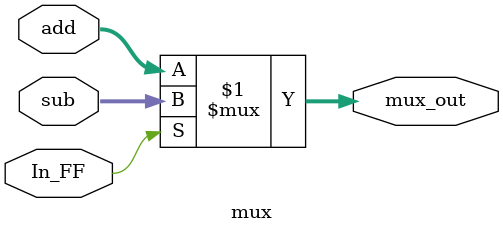
<source format=v>
`timescale 1ns / 1ps

module mux(input In_FF, input [7:0]add, input [7:0]sub, output [7:0]mux_out);
    
    assign mux_out = (In_FF)?(sub):(add); 
    
endmodule

</source>
